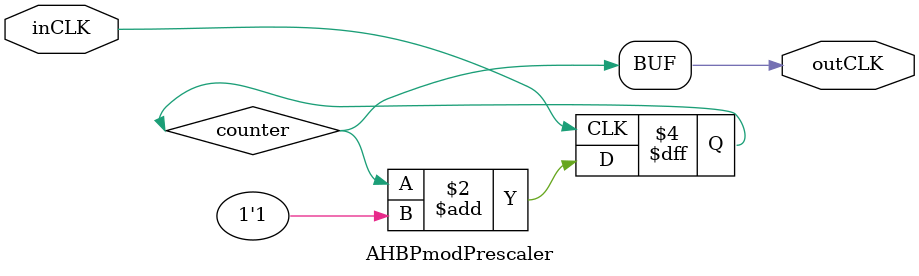
<source format=v>
module AHBPmodPrescaler(
  input wire inCLK,
  output wire outCLK
    );

reg counter;

always @(posedge inCLK)
  counter <= counter + 1'b1;
  
assign outCLK = counter == 1'b1;

endmodule

</source>
